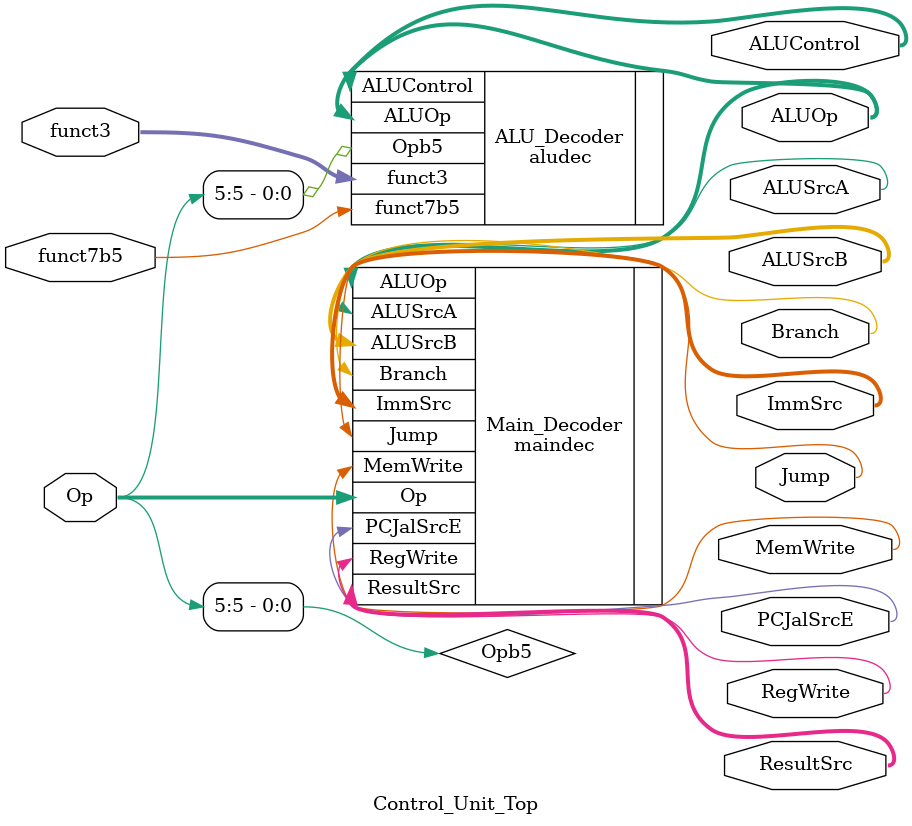
<source format=sv>
`timescale 1ns / 1ps

module Control_Unit_Top(
    input logic [6:0] Op,
    input logic [2:0] funct3,
    input logic funct7b5,
    output logic RegWrite, ALUSrcA, MemWrite, Branch, Jump, PCJalSrcE,
    output logic [1:0] ALUSrcB, ALUOp, ResultSrc,
    output logic [2:0] ImmSrc,
    output logic [3:0] ALUControl
);

    logic Opb5;  // Declare Opb5 properly

    maindec Main_Decoder(
        .Op(Op),  // Ensure correct signal name
        .RegWrite(RegWrite),
        .ImmSrc(ImmSrc),
        .MemWrite(MemWrite),
        .ResultSrc(ResultSrc),
        .Branch(Branch),
        .ALUSrcA(ALUSrcA),
        .ALUSrcB(ALUSrcB),
        .ALUOp(ALUOp),
        .Jump(Jump),
        .PCJalSrcE(PCJalSrcE)
    );

    aludec ALU_Decoder(
        .Opb5(Opb5),   // Match the correct lowercase name
        .ALUOp(ALUOp),
        .funct3(funct3),
        .funct7b5(funct7b5),
        .ALUControl(ALUControl)
    );

    assign Opb5 = Op[5]; // Ensure it's correctly assigned
endmodule

</source>
